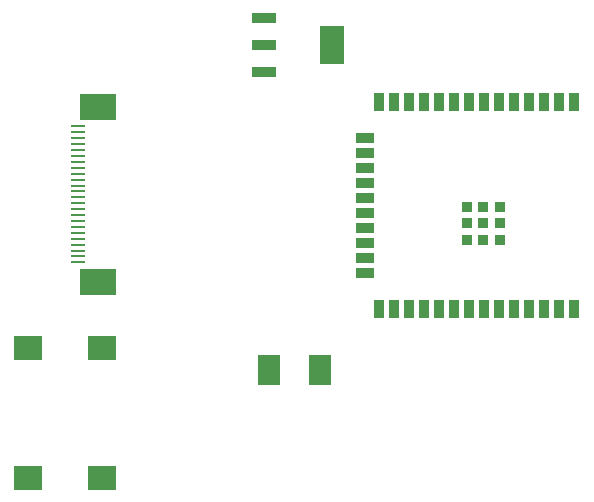
<source format=gbr>
G04 EAGLE Gerber RS-274X export*
G75*
%MOMM*%
%FSLAX34Y34*%
%LPD*%
%INSolderpaste Bottom*%
%IPPOS*%
%AMOC8*
5,1,8,0,0,1.08239X$1,22.5*%
G01*
%ADD10R,0.900000X1.500000*%
%ADD11R,1.500000X0.900000*%
%ADD12R,0.900000X0.900000*%
%ADD13R,2.150000X3.250000*%
%ADD14R,2.150000X0.950000*%
%ADD15R,1.250000X0.250000*%
%ADD16R,3.100000X2.300000*%
%ADD17R,1.900000X2.600000*%
%ADD18R,2.400000X2.000000*%


D10*
X486850Y148500D03*
X474150Y148500D03*
X461450Y148500D03*
X448750Y148500D03*
X436050Y148500D03*
X423350Y148500D03*
X410650Y148500D03*
X397950Y148500D03*
X385250Y148500D03*
X372550Y148500D03*
X359850Y148500D03*
X347150Y148500D03*
X334450Y148500D03*
X321750Y148500D03*
X321750Y323500D03*
X334450Y323500D03*
X347150Y323500D03*
X359850Y323500D03*
X372550Y323500D03*
X385250Y323500D03*
X397950Y323500D03*
X410650Y323500D03*
X423350Y323500D03*
X436050Y323500D03*
X448750Y323500D03*
X461450Y323500D03*
X474150Y323500D03*
X486850Y323500D03*
D11*
X309250Y293150D03*
X309250Y280450D03*
X309250Y267750D03*
X309250Y255050D03*
X309250Y242350D03*
X309250Y229650D03*
X309250Y216950D03*
X309250Y204250D03*
X309250Y191550D03*
X309250Y178850D03*
D12*
X409650Y221000D03*
X409650Y235000D03*
X395650Y235000D03*
X395650Y221000D03*
X395650Y207000D03*
X409650Y207000D03*
X423650Y207000D03*
X423650Y221000D03*
X423650Y235000D03*
D13*
X281900Y372000D03*
D14*
X223900Y349000D03*
X223900Y372000D03*
X223900Y395000D03*
D15*
X67000Y302800D03*
X67000Y297800D03*
X67000Y292800D03*
X67000Y287800D03*
X67000Y282800D03*
X67000Y277800D03*
X67000Y272800D03*
X67000Y267800D03*
X67000Y262800D03*
X67000Y257800D03*
X67000Y252800D03*
X67000Y247800D03*
X67000Y242800D03*
X67000Y237800D03*
X67000Y232800D03*
X67000Y227800D03*
X67000Y222800D03*
X67000Y217800D03*
X67000Y212800D03*
X67000Y207800D03*
X67000Y202800D03*
X67000Y197800D03*
X67000Y192800D03*
X67000Y187800D03*
D16*
X84000Y171300D03*
X84000Y319300D03*
D17*
X228300Y96900D03*
X271300Y96900D03*
D18*
X24600Y5000D03*
X86600Y5000D03*
X86600Y115000D03*
X24600Y115000D03*
M02*

</source>
